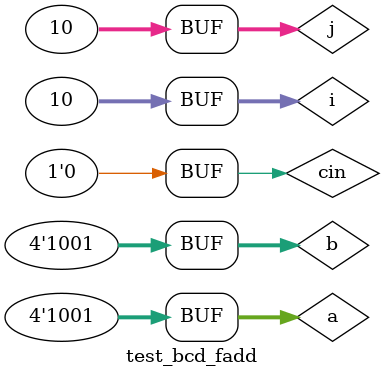
<source format=v>
module test_bcd_fadd();

    reg [3:0] a,b;
    reg cin;
    wire [3:0] sum;
    wire cout;

    bcd_fadd fadd(a,b,cin,cout,sum);

    integer i,j;
    initial begin
        cin=0;
        for(i=0;i<10;i=i+1)begin
            for(j=0;j<10;j=j+1)begin
                #1 a=i;b=j;
            end
        end
    end

endmodule
</source>
